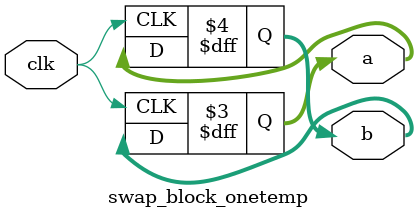
<source format=v>
`timescale 1ns / 1ps
module swap_block_onetemp(
    output reg [3:0] a,
    output reg [3:0] b,
    input clk
    );
	 initial
	 begin
   //assign initial values for a and b
	 a = 4;
	 b = 3;
	 end
	 integer temp;
	 always@(posedge clk)
	 begin
   //swap numbers at every posedge of the clock
	 temp = a;
	 a = b;
	 b = temp;	
	 end
endmodule 

</source>
